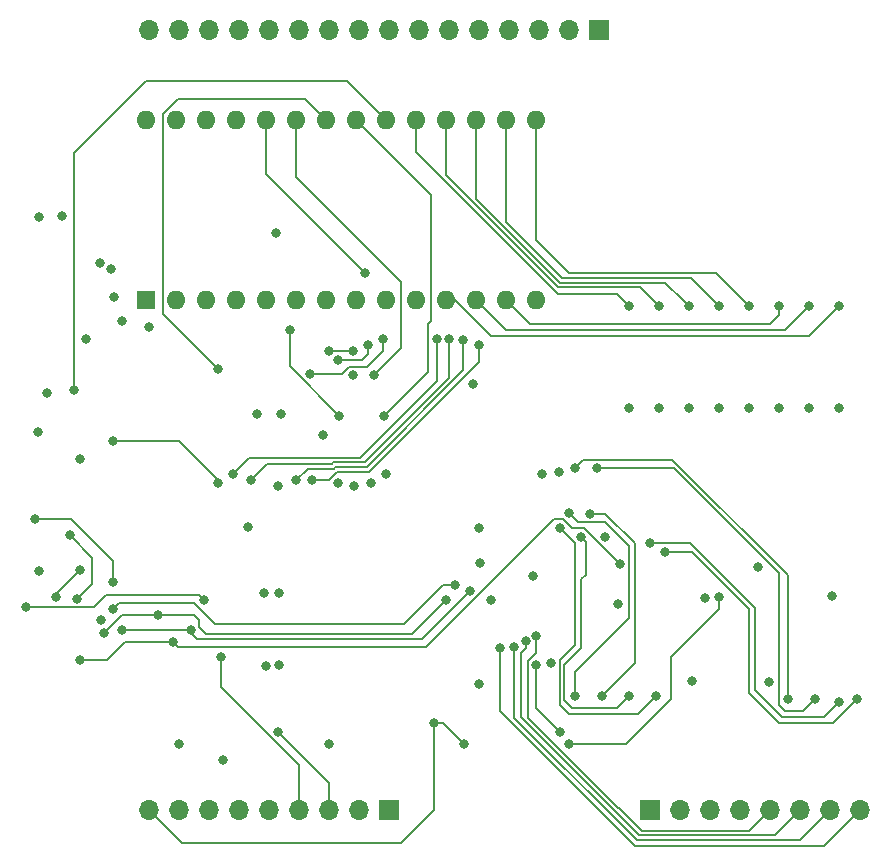
<source format=gbr>
%TF.GenerationSoftware,KiCad,Pcbnew,(5.1.10-1-10_14)*%
%TF.CreationDate,2021-11-08T19:33:34-05:00*%
%TF.ProjectId,RAM-MODULE,52414d2d-4d4f-4445-954c-452e6b696361,rev?*%
%TF.SameCoordinates,Original*%
%TF.FileFunction,Copper,L4,Bot*%
%TF.FilePolarity,Positive*%
%FSLAX46Y46*%
G04 Gerber Fmt 4.6, Leading zero omitted, Abs format (unit mm)*
G04 Created by KiCad (PCBNEW (5.1.10-1-10_14)) date 2021-11-08 19:33:34*
%MOMM*%
%LPD*%
G01*
G04 APERTURE LIST*
%TA.AperFunction,ComponentPad*%
%ADD10O,1.600000X1.600000*%
%TD*%
%TA.AperFunction,ComponentPad*%
%ADD11R,1.600000X1.600000*%
%TD*%
%TA.AperFunction,ComponentPad*%
%ADD12O,1.700000X1.700000*%
%TD*%
%TA.AperFunction,ComponentPad*%
%ADD13R,1.700000X1.700000*%
%TD*%
%TA.AperFunction,ViaPad*%
%ADD14C,0.800000*%
%TD*%
%TA.AperFunction,Conductor*%
%ADD15C,0.200000*%
%TD*%
G04 APERTURE END LIST*
D10*
%TO.P,U9,28*%
%TO.N,+5V*%
X4826000Y-109474000D03*
%TO.P,U9,14*%
%TO.N,GND*%
X37846000Y-124714000D03*
%TO.P,U9,27*%
%TO.N,+5V*%
X7366000Y-109474000D03*
%TO.P,U9,13*%
%TO.N,/IO2*%
X35306000Y-124714000D03*
%TO.P,U9,26*%
%TO.N,/A13*%
X9906000Y-109474000D03*
%TO.P,U9,12*%
%TO.N,/IO1*%
X32766000Y-124714000D03*
%TO.P,U9,25*%
%TO.N,/A8*%
X12446000Y-109474000D03*
%TO.P,U9,11*%
%TO.N,/IO0*%
X30226000Y-124714000D03*
%TO.P,U9,24*%
%TO.N,/A9*%
X14986000Y-109474000D03*
%TO.P,U9,10*%
%TO.N,/A0*%
X27686000Y-124714000D03*
%TO.P,U9,23*%
%TO.N,/A11*%
X17526000Y-109474000D03*
%TO.P,U9,9*%
%TO.N,/A1*%
X25146000Y-124714000D03*
%TO.P,U9,22*%
%TO.N,~OE*%
X20066000Y-109474000D03*
%TO.P,U9,8*%
%TO.N,/A2*%
X22606000Y-124714000D03*
%TO.P,U9,21*%
%TO.N,/A10*%
X22606000Y-109474000D03*
%TO.P,U9,7*%
%TO.N,/A3*%
X20066000Y-124714000D03*
%TO.P,U9,20*%
%TO.N,/~ROM_EN*%
X25146000Y-109474000D03*
%TO.P,U9,6*%
%TO.N,/A4*%
X17526000Y-124714000D03*
%TO.P,U9,19*%
%TO.N,/IO7*%
X27686000Y-109474000D03*
%TO.P,U9,5*%
%TO.N,/A5*%
X14986000Y-124714000D03*
%TO.P,U9,18*%
%TO.N,/IO6*%
X30226000Y-109474000D03*
%TO.P,U9,4*%
%TO.N,/A6*%
X12446000Y-124714000D03*
%TO.P,U9,17*%
%TO.N,/IO5*%
X32766000Y-109474000D03*
%TO.P,U9,3*%
%TO.N,/A7*%
X9906000Y-124714000D03*
%TO.P,U9,16*%
%TO.N,/IO4*%
X35306000Y-109474000D03*
%TO.P,U9,2*%
%TO.N,/A12*%
X7366000Y-124714000D03*
%TO.P,U9,15*%
%TO.N,/IO3*%
X37846000Y-109474000D03*
D11*
%TO.P,U9,1*%
%TO.N,/A14*%
X4826000Y-124714000D03*
%TD*%
D12*
%TO.P,J1,9*%
%TO.N,MR*%
X5080000Y-167894000D03*
%TO.P,J1,8*%
%TO.N,MODE*%
X7620000Y-167894000D03*
%TO.P,J1,7*%
%TO.N,CLOCK*%
X10160000Y-167894000D03*
%TO.P,J1,6*%
%TO.N,~DS_IN*%
X12700000Y-167894000D03*
%TO.P,J1,5*%
%TO.N,~CS_IN*%
X15240000Y-167894000D03*
%TO.P,J1,4*%
%TO.N,~OE*%
X17780000Y-167894000D03*
%TO.P,J1,3*%
%TO.N,~WE*%
X20320000Y-167894000D03*
%TO.P,J1,2*%
%TO.N,GND*%
X22860000Y-167894000D03*
D13*
%TO.P,J1,1*%
%TO.N,+5V*%
X25400000Y-167894000D03*
%TD*%
D12*
%TO.P,J3,16*%
%TO.N,/A15*%
X5080000Y-101854000D03*
%TO.P,J3,15*%
%TO.N,/A14*%
X7620000Y-101854000D03*
%TO.P,J3,14*%
%TO.N,/A13*%
X10160000Y-101854000D03*
%TO.P,J3,13*%
%TO.N,/A12*%
X12700000Y-101854000D03*
%TO.P,J3,12*%
%TO.N,/A11*%
X15240000Y-101854000D03*
%TO.P,J3,11*%
%TO.N,/A10*%
X17780000Y-101854000D03*
%TO.P,J3,10*%
%TO.N,/A9*%
X20320000Y-101854000D03*
%TO.P,J3,9*%
%TO.N,/A8*%
X22860000Y-101854000D03*
%TO.P,J3,8*%
%TO.N,/A7*%
X25400000Y-101854000D03*
%TO.P,J3,7*%
%TO.N,/A6*%
X27940000Y-101854000D03*
%TO.P,J3,6*%
%TO.N,/A5*%
X30480000Y-101854000D03*
%TO.P,J3,5*%
%TO.N,/A4*%
X33020000Y-101854000D03*
%TO.P,J3,4*%
%TO.N,/A3*%
X35560000Y-101854000D03*
%TO.P,J3,3*%
%TO.N,/A2*%
X38100000Y-101854000D03*
%TO.P,J3,2*%
%TO.N,/A1*%
X40640000Y-101854000D03*
D13*
%TO.P,J3,1*%
%TO.N,/A0*%
X43180000Y-101854000D03*
%TD*%
D12*
%TO.P,J2,8*%
%TO.N,/IO0*%
X65278000Y-167894000D03*
%TO.P,J2,7*%
%TO.N,/IO1*%
X62738000Y-167894000D03*
%TO.P,J2,6*%
%TO.N,/IO2*%
X60198000Y-167894000D03*
%TO.P,J2,5*%
%TO.N,/IO3*%
X57658000Y-167894000D03*
%TO.P,J2,4*%
%TO.N,/IO4*%
X55118000Y-167894000D03*
%TO.P,J2,3*%
%TO.N,/IO5*%
X52578000Y-167894000D03*
%TO.P,J2,2*%
%TO.N,/IO6*%
X50038000Y-167894000D03*
D13*
%TO.P,J2,1*%
%TO.N,/IO7*%
X47498000Y-167894000D03*
%TD*%
D14*
%TO.N,GND*%
X62888500Y-149756500D03*
X56642000Y-147320000D03*
X57589500Y-157040500D03*
X39777000Y-139293000D03*
X43677000Y-144791000D03*
X33020000Y-144018000D03*
X16123000Y-155581000D03*
X7620000Y-162306000D03*
X13462000Y-143952000D03*
X16002000Y-140462000D03*
X14853000Y-149473000D03*
X14224000Y-134366000D03*
X1016000Y-151775000D03*
X-3586000Y-132618000D03*
X-2286000Y-117602000D03*
X33020000Y-157226000D03*
X63500000Y-133858000D03*
X60960000Y-133858000D03*
X58420000Y-133858000D03*
X55880000Y-133858000D03*
X53340000Y-133858000D03*
X50800000Y-133858000D03*
X48260000Y-133858000D03*
X45720000Y-133858000D03*
X39116000Y-155448000D03*
X-254000Y-128016000D03*
X-762000Y-138176000D03*
X51054000Y-156972000D03*
X44821601Y-150440932D03*
%TO.N,/A17*%
X7112000Y-153670000D03*
X-762000Y-155194000D03*
X44958010Y-147066000D03*
%TO.N,/A16*%
X32258000Y-149352000D03*
X8636000Y-152654000D03*
X2794000Y-152654000D03*
X37592000Y-148082000D03*
%TO.N,/A15*%
X-5334000Y-150677000D03*
X9742980Y-150114000D03*
%TO.N,/A14*%
X19825018Y-136130982D03*
%TO.N,/A13*%
X21209000Y-134493000D03*
X17018000Y-127254000D03*
%TO.N,/A12*%
X22352000Y-131064000D03*
%TO.N,/A11*%
X24130000Y-131064000D03*
%TO.N,/A10*%
X25019000Y-134493000D03*
%TO.N,/A9*%
X23368000Y-122428000D03*
X32512000Y-131826000D03*
%TO.N,/A8*%
X15875000Y-118999000D03*
X25146000Y-139446000D03*
%TO.N,/A7*%
X23876000Y-140208000D03*
%TO.N,/A6*%
X22475989Y-140444323D03*
%TO.N,/A5*%
X21075977Y-140208000D03*
%TO.N,/IO7*%
X45720000Y-125222000D03*
%TO.N,/IO6*%
X48260000Y-125222000D03*
X22352000Y-129032000D03*
X20320000Y-129032000D03*
%TO.N,/IO5*%
X50800000Y-125222000D03*
X23622000Y-128524000D03*
X21082000Y-129794000D03*
%TO.N,/IO4*%
X53340000Y-125222000D03*
X24892000Y-128016000D03*
X18711545Y-130953509D03*
%TO.N,/IO3*%
X55880000Y-125222000D03*
X18926011Y-139934526D03*
X32983994Y-128500032D03*
X37878448Y-153145436D03*
%TO.N,/IO2*%
X58420000Y-125222000D03*
X17526000Y-139954000D03*
X31706744Y-128100021D03*
X36987772Y-153600101D03*
%TO.N,/IO1*%
X60960000Y-125222000D03*
X30480000Y-128016000D03*
X13716000Y-139954000D03*
X35997000Y-154107000D03*
%TO.N,/IO0*%
X63500000Y-125222000D03*
X29464000Y-128016000D03*
X12192000Y-139446000D03*
X34798000Y-154178000D03*
%TO.N,/A4*%
X5080000Y-127000000D03*
%TO.N,/A3*%
X2794000Y-126492000D03*
%TO.N,/A2*%
X2093990Y-124460000D03*
%TO.N,/A1*%
X1848708Y-122077353D03*
%TO.N,/A0*%
X972642Y-121595137D03*
%TO.N,/A18*%
X30226000Y-150114000D03*
X5842000Y-151384000D03*
X1270000Y-152908000D03*
%TO.N,+5V*%
X52137000Y-149927000D03*
X14986000Y-155702000D03*
X16123000Y-149473000D03*
X16256000Y-134366000D03*
X34047000Y-150125000D03*
X33086000Y-147000000D03*
X38354000Y-139446000D03*
X-4236000Y-147656000D03*
X-4318000Y-135890000D03*
X-4236000Y-117684000D03*
X20320000Y-162306000D03*
X11326500Y-163679500D03*
%TO.N,MR*%
X53340000Y-149860000D03*
X40640000Y-162306000D03*
X31750000Y-162306000D03*
X29210000Y-160528000D03*
%TO.N,CLOCK*%
X39878000Y-161290000D03*
X37866132Y-155611054D03*
%TO.N,~OE*%
X11176000Y-154940000D03*
X10922000Y-130556000D03*
%TO.N,~WE*%
X16002000Y-161290000D03*
%TO.N,/CS2*%
X43434000Y-158242000D03*
X42414246Y-142786227D03*
%TO.N,/CS1*%
X45720000Y-158242000D03*
X41656000Y-144780000D03*
%TO.N,/CS0*%
X48006000Y-158242000D03*
X39878000Y-144018000D03*
%TO.N,/DS2*%
X61468000Y-158496000D03*
X42987990Y-138938000D03*
%TO.N,/DS1*%
X63500000Y-158750000D03*
X47498000Y-145288000D03*
%TO.N,/DS0*%
X65024000Y-158496000D03*
X48768000Y-146050000D03*
%TO.N,/CS3*%
X41148000Y-158242000D03*
X40640000Y-142748000D03*
%TO.N,/DS3*%
X59182000Y-158496000D03*
X41148000Y-138938000D03*
%TO.N,Net-(U1-Pad6)*%
X2032000Y-136652000D03*
X10922000Y-140208000D03*
%TO.N,/~RAM_CS*%
X30988000Y-148844000D03*
X2032000Y-150876000D03*
X2032000Y-148590000D03*
X-4572000Y-143256000D03*
%TO.N,/~ROM_EN*%
X-1270000Y-132334000D03*
%TO.N,Net-(U6-Pad10)*%
X-1636000Y-144638000D03*
X-981716Y-149976990D03*
%TO.N,Net-(U6-Pad3)*%
X-762000Y-147574000D03*
X-2794000Y-149860000D03*
%TD*%
D15*
%TO.N,/A17*%
X1524000Y-155194000D02*
X-762000Y-155194000D01*
X3048000Y-153670000D02*
X1524000Y-155194000D01*
X7112000Y-153670000D02*
X3048000Y-153670000D01*
X7112000Y-153670000D02*
X7511999Y-154069999D01*
X41910010Y-144018000D02*
X44958010Y-147066000D01*
X40132000Y-143256000D02*
X40894000Y-144018000D01*
X39370000Y-143256000D02*
X40132000Y-143256000D01*
X28556001Y-154069999D02*
X39370000Y-143256000D01*
X40894000Y-144018000D02*
X41910010Y-144018000D01*
X7511999Y-154069999D02*
X28556001Y-154069999D01*
%TO.N,/A16*%
X32258000Y-149352000D02*
X29464000Y-152146000D01*
X29464000Y-152146000D02*
X28194000Y-153416000D01*
X28194000Y-153416000D02*
X12446000Y-153416000D01*
X12446000Y-153416000D02*
X9144000Y-153416000D01*
X8636000Y-152908000D02*
X8636000Y-152654000D01*
X9144000Y-153416000D02*
X8636000Y-152908000D01*
X8636000Y-152654000D02*
X2794000Y-152654000D01*
%TO.N,/A15*%
X453000Y-150677000D02*
X1415999Y-149714001D01*
X1415999Y-149714001D02*
X9342981Y-149714001D01*
X9342981Y-149714001D02*
X9742980Y-150114000D01*
X-5334000Y-150677000D02*
X453000Y-150677000D01*
%TO.N,/A13*%
X21209000Y-134493000D02*
X17018000Y-130302000D01*
X17018000Y-130302000D02*
X17018000Y-127254000D01*
%TO.N,/A11*%
X17526000Y-109474000D02*
X17526000Y-114300000D01*
X17526000Y-114300000D02*
X26416000Y-123190000D01*
X26416000Y-123190000D02*
X26416000Y-128778000D01*
X26416000Y-128778000D02*
X24130000Y-131064000D01*
%TO.N,/A10*%
X28702000Y-130810000D02*
X25019000Y-134493000D01*
X28702000Y-126746000D02*
X28702000Y-130810000D01*
X28956000Y-115824000D02*
X28956000Y-126492000D01*
X28956000Y-126492000D02*
X28702000Y-126746000D01*
X22606000Y-109474000D02*
X28956000Y-115824000D01*
%TO.N,/A9*%
X14986000Y-109474000D02*
X14986000Y-113284000D01*
X14986000Y-113284000D02*
X14986000Y-114046000D01*
X14986000Y-114046000D02*
X23368000Y-122428000D01*
%TO.N,/IO7*%
X27686000Y-112187100D02*
X27686000Y-110605370D01*
X27686000Y-110605370D02*
X27686000Y-109474000D01*
X39704900Y-124206000D02*
X27686000Y-112187100D01*
X44704000Y-124206000D02*
X39704900Y-124206000D01*
X45720000Y-125222000D02*
X44704000Y-124206000D01*
%TO.N,/IO6*%
X30226000Y-109474000D02*
X30226000Y-114161400D01*
X30226000Y-114161400D02*
X39692633Y-123628033D01*
X39692633Y-123628033D02*
X46666033Y-123628033D01*
X46666033Y-123628033D02*
X48260000Y-125222000D01*
X22352000Y-129032000D02*
X20574000Y-129032000D01*
X20574000Y-129032000D02*
X20320000Y-129032000D01*
%TO.N,/IO5*%
X48806022Y-123228022D02*
X50400001Y-124822001D01*
X32766000Y-109474000D02*
X32766000Y-116135700D01*
X32766000Y-116135700D02*
X39858322Y-123228022D01*
X39858322Y-123228022D02*
X48806022Y-123228022D01*
X50400001Y-124822001D02*
X50800000Y-125222000D01*
X23622000Y-128524000D02*
X23622000Y-129286000D01*
X23622000Y-129286000D02*
X23114000Y-129794000D01*
X23114000Y-129794000D02*
X21082000Y-129794000D01*
%TO.N,/IO4*%
X53340000Y-125222000D02*
X50946011Y-122828011D01*
X50946011Y-122828011D02*
X40024011Y-122828011D01*
X40024011Y-122828011D02*
X35306000Y-118110000D01*
X35306000Y-118110000D02*
X35306000Y-109474000D01*
X24892000Y-128016000D02*
X24892000Y-129032000D01*
X21426489Y-130953509D02*
X18711545Y-130953509D01*
X23560001Y-130363999D02*
X22015999Y-130363999D01*
X24892000Y-129032000D02*
X23560001Y-130363999D01*
X22015999Y-130363999D02*
X21426489Y-130953509D01*
%TO.N,/IO3*%
X37846000Y-109474000D02*
X37846000Y-119634000D01*
X37846000Y-119634000D02*
X40640000Y-122428000D01*
X53086000Y-122428000D02*
X55880000Y-125222000D01*
X40640000Y-122428000D02*
X53086000Y-122428000D01*
X55918022Y-169633978D02*
X46813378Y-169633978D01*
X44772633Y-167708633D02*
X37191989Y-160127989D01*
X57658000Y-167894000D02*
X55918022Y-169633978D01*
X37878448Y-154562736D02*
X37878448Y-153145436D01*
X46813378Y-169633978D02*
X44888033Y-167708633D01*
X37191989Y-155972913D02*
X37166131Y-155947055D01*
X37166131Y-155275053D02*
X37878448Y-154562736D01*
X37191989Y-160127989D02*
X37191989Y-155972913D01*
X44888033Y-167708633D02*
X44772633Y-167708633D01*
X37166131Y-155947055D02*
X37166131Y-155275053D01*
X32983994Y-129945406D02*
X32983994Y-128500032D01*
X20999999Y-139253999D02*
X23675401Y-139253999D01*
X20319472Y-139934526D02*
X20999999Y-139253999D01*
X23675401Y-139253999D02*
X32983994Y-129945406D01*
X18926011Y-139934526D02*
X20319472Y-139934526D01*
%TO.N,/IO2*%
X58420000Y-125222000D02*
X58420000Y-125984000D01*
X58420000Y-125984000D02*
X57658000Y-126746000D01*
X37338000Y-126746000D02*
X35306000Y-124714000D01*
X57658000Y-126746000D02*
X37338000Y-126746000D01*
X36987772Y-154165786D02*
X36987772Y-153600101D01*
X46532289Y-170033989D02*
X36537980Y-160039680D01*
X36537980Y-154615578D02*
X36987772Y-154165786D01*
X36537980Y-160039680D02*
X36537980Y-154615578D01*
X60198000Y-167894000D02*
X58058011Y-170033989D01*
X58058011Y-170033989D02*
X46532289Y-170033989D01*
X31706744Y-130656956D02*
X31706744Y-128100021D01*
X23509712Y-138853988D02*
X31706744Y-130656956D01*
X17526000Y-139954000D02*
X18503978Y-138976022D01*
X18503978Y-138976022D02*
X20712276Y-138976022D01*
X20834310Y-138853988D02*
X23509712Y-138853988D01*
X20712276Y-138976022D02*
X20834310Y-138853988D01*
%TO.N,/IO1*%
X32766000Y-124714000D02*
X35306000Y-127254000D01*
X58928000Y-127254000D02*
X60960000Y-125222000D01*
X35306000Y-127254000D02*
X58928000Y-127254000D01*
X60198000Y-170434000D02*
X62738000Y-167894000D01*
X35997000Y-154107000D02*
X35997000Y-160064400D01*
X35997000Y-160064400D02*
X46366600Y-170434000D01*
X46366600Y-170434000D02*
X60198000Y-170434000D01*
X14115999Y-139554001D02*
X13716000Y-139954000D01*
X15093989Y-138576011D02*
X14115999Y-139554001D01*
X20546587Y-138576011D02*
X15093989Y-138576011D01*
X30480000Y-131318000D02*
X23344023Y-138453977D01*
X23344023Y-138453977D02*
X20668621Y-138453977D01*
X20668621Y-138453977D02*
X20546587Y-138576011D01*
X30480000Y-128016000D02*
X30480000Y-131318000D01*
%TO.N,/IO0*%
X31008002Y-124714000D02*
X30226000Y-124714000D01*
X60960000Y-127762000D02*
X34056002Y-127762000D01*
X63500000Y-125222000D02*
X60960000Y-127762000D01*
X34056002Y-127762000D02*
X31008002Y-124714000D01*
X46228000Y-170942000D02*
X34798000Y-159512000D01*
X34798000Y-154743685D02*
X34798000Y-154178000D01*
X65278000Y-167894000D02*
X62230000Y-170942000D01*
X62230000Y-170942000D02*
X46228000Y-170942000D01*
X34798000Y-159512000D02*
X34798000Y-154743685D01*
X12591999Y-139046001D02*
X12192000Y-139446000D01*
X29464000Y-131572000D02*
X22982034Y-138053966D01*
X29464000Y-128016000D02*
X29464000Y-131572000D01*
X22982034Y-138053966D02*
X13584034Y-138053966D01*
X13584034Y-138053966D02*
X12591999Y-139046001D01*
%TO.N,/A18*%
X5842000Y-151384000D02*
X2794000Y-151384000D01*
X2794000Y-151384000D02*
X1270000Y-152908000D01*
X6407685Y-151384000D02*
X5842000Y-151384000D01*
X9313987Y-152393691D02*
X9313987Y-151807987D01*
X27347987Y-152992013D02*
X9912309Y-152992013D01*
X8890000Y-151384000D02*
X6407685Y-151384000D01*
X30226000Y-150114000D02*
X27347987Y-152992013D01*
X9313987Y-151807987D02*
X8890000Y-151384000D01*
X9912309Y-152992013D02*
X9313987Y-152393691D01*
%TO.N,MR*%
X53340000Y-149860000D02*
X53340000Y-150876000D01*
X53340000Y-150876000D02*
X49276000Y-154940000D01*
X49276000Y-154940000D02*
X49276000Y-158496000D01*
X49276000Y-158496000D02*
X45466000Y-162306000D01*
X45466000Y-162306000D02*
X40640000Y-162306000D01*
X5080000Y-167894000D02*
X7874000Y-170688000D01*
X29972000Y-160528000D02*
X29210000Y-160528000D01*
X29210000Y-167894000D02*
X29210000Y-160528000D01*
X7874000Y-170688000D02*
X26416000Y-170688000D01*
X26416000Y-170688000D02*
X29210000Y-167894000D01*
X31750000Y-162306000D02*
X29972000Y-160528000D01*
%TO.N,CLOCK*%
X39878000Y-161290000D02*
X37866132Y-159278132D01*
X37866132Y-159278132D02*
X37866132Y-155611054D01*
%TO.N,~OE*%
X17780000Y-167894000D02*
X17780000Y-164084000D01*
X17780000Y-164084000D02*
X11176000Y-157480000D01*
X11176000Y-157480000D02*
X11176000Y-154940000D01*
X20066000Y-109474000D02*
X18288000Y-107696000D01*
X6265999Y-108945999D02*
X6265999Y-125899999D01*
X7515998Y-107696000D02*
X6265999Y-108945999D01*
X18288000Y-107696000D02*
X7515998Y-107696000D01*
X6265999Y-125899999D02*
X10922000Y-130556000D01*
%TO.N,~WE*%
X20320000Y-165608000D02*
X16002000Y-161290000D01*
X20320000Y-167894000D02*
X20320000Y-165608000D01*
%TO.N,/CS2*%
X46228000Y-155448000D02*
X46228000Y-145288000D01*
X43726227Y-142786227D02*
X42414246Y-142786227D01*
X43434000Y-158242000D02*
X46228000Y-155448000D01*
X46228000Y-145288000D02*
X43726227Y-142786227D01*
%TO.N,/CS1*%
X41656000Y-154178000D02*
X41656000Y-148356002D01*
X40246954Y-155587046D02*
X41656000Y-154178000D01*
X44704000Y-159258000D02*
X40894000Y-159258000D01*
X41656000Y-148356002D02*
X42055999Y-147956003D01*
X45720000Y-158242000D02*
X44704000Y-159258000D01*
X42055999Y-147956003D02*
X42055999Y-145179999D01*
X40246954Y-158610954D02*
X40246954Y-155587046D01*
X42055999Y-145179999D02*
X41656000Y-144780000D01*
X40894000Y-159258000D02*
X40246954Y-158610954D01*
%TO.N,/CS0*%
X40277999Y-144417999D02*
X39878000Y-144018000D01*
X39846943Y-155225057D02*
X41148000Y-153924000D01*
X41148000Y-145288000D02*
X40277999Y-144417999D01*
X40640000Y-159766000D02*
X39846943Y-158972943D01*
X48006000Y-158242000D02*
X46482000Y-159766000D01*
X39846943Y-158972943D02*
X39846943Y-155225057D01*
X46482000Y-159766000D02*
X40640000Y-159766000D01*
X41148000Y-153924000D02*
X41148000Y-145288000D01*
%TO.N,/DS2*%
X49530000Y-138938000D02*
X42987990Y-138938000D01*
X60452000Y-159512000D02*
X58928000Y-159512000D01*
X61468000Y-158496000D02*
X60452000Y-159512000D01*
X58420000Y-147828000D02*
X49530000Y-138938000D01*
X58928000Y-159512000D02*
X58420000Y-159004000D01*
X58420000Y-159004000D02*
X58420000Y-147828000D01*
%TO.N,/DS1*%
X63500000Y-158750000D02*
X62230000Y-160020000D01*
X56388000Y-157734000D02*
X56388000Y-150818300D01*
X58674000Y-160020000D02*
X56388000Y-157734000D01*
X56388000Y-150818300D02*
X50857700Y-145288000D01*
X62230000Y-160020000D02*
X58674000Y-160020000D01*
X50857700Y-145288000D02*
X48063685Y-145288000D01*
X48063685Y-145288000D02*
X47498000Y-145288000D01*
%TO.N,/DS0*%
X65024000Y-158496000D02*
X62992000Y-160528000D01*
X62992000Y-160528000D02*
X58420000Y-160528000D01*
X58420000Y-160528000D02*
X55880000Y-157988000D01*
X55880000Y-157988000D02*
X55880000Y-150876000D01*
X55880000Y-150876000D02*
X51054000Y-146050000D01*
X51054000Y-146050000D02*
X48768000Y-146050000D01*
%TO.N,/CS3*%
X41148000Y-158242000D02*
X41148000Y-156210000D01*
X41148000Y-156210000D02*
X45720000Y-151638000D01*
X45720000Y-151638000D02*
X45720000Y-145542000D01*
X45720000Y-145542000D02*
X43688000Y-143510000D01*
X43688000Y-143510000D02*
X41402000Y-143510000D01*
X41402000Y-143510000D02*
X40640000Y-142748000D01*
%TO.N,/DS3*%
X59182000Y-158496000D02*
X59182000Y-148024300D01*
X59182000Y-148024300D02*
X49395698Y-138237998D01*
X49395698Y-138237998D02*
X41848002Y-138237998D01*
X41848002Y-138237998D02*
X41148000Y-138938000D01*
%TO.N,Net-(U1-Pad6)*%
X2032000Y-136652000D02*
X7620000Y-136652000D01*
X7620000Y-136652000D02*
X10922000Y-139954000D01*
X10922000Y-139954000D02*
X10922000Y-140208000D01*
%TO.N,/~RAM_CS*%
X2431999Y-150476001D02*
X2032000Y-150876000D01*
X8890000Y-150368000D02*
X2540000Y-150368000D01*
X10668000Y-152146000D02*
X8890000Y-150368000D01*
X2540000Y-150368000D02*
X2431999Y-150476001D01*
X26670000Y-152146000D02*
X10668000Y-152146000D01*
X29972000Y-148844000D02*
X26670000Y-152146000D01*
X30988000Y-148844000D02*
X29972000Y-148844000D01*
X-1524000Y-143256000D02*
X-4572000Y-143256000D01*
X2032000Y-146812000D02*
X-1524000Y-143256000D01*
X2032000Y-148590000D02*
X2032000Y-146812000D01*
%TO.N,/~ROM_EN*%
X4826000Y-106172000D02*
X21844000Y-106172000D01*
X-1270000Y-112268000D02*
X4826000Y-106172000D01*
X21844000Y-106172000D02*
X24346001Y-108674001D01*
X-1270000Y-132334000D02*
X-1270000Y-112268000D01*
X24346001Y-108674001D02*
X25146000Y-109474000D01*
%TO.N,Net-(U6-Pad10)*%
X254000Y-148741274D02*
X-981716Y-149976990D01*
X-1636000Y-144638000D02*
X254000Y-146528000D01*
X254000Y-146528000D02*
X254000Y-148741274D01*
%TO.N,Net-(U6-Pad3)*%
X-762000Y-147574000D02*
X-2794000Y-149606000D01*
X-2794000Y-149606000D02*
X-2794000Y-149860000D01*
%TD*%
M02*

</source>
